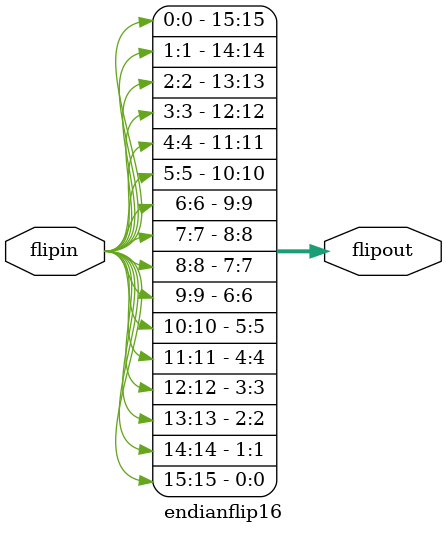
<source format=v>



// rigidly assume clock = 7.812mhz. (this makes our divide ratios work out nicely)
// for an 8mhz crystal, we are off by about 2%

`timescale 1ns/1ns

module rfid_reader_packet_rxtx (
                    // basic setup connections
                    reset, clk, tag_backscatter, reader_modulation,
                    // modulation settings
                    miller, trext, divide_ratio, tari_ns, trcal_ns,
                    // tag state settings
                    slot_q, q_adj, session, target, select,
                    // command to send, posedge send trigger
                    send_packet_type, start_tx, reader_done, rx_timeout, rx_packet_complete, reader_running,
                    // tx payload info
                    tx_handle,
                    // rx payload info
                    rx_handle
                    );

input  reset, clk, tag_backscatter;
output reader_modulation;

input [2:0] miller;
input trext;
input divide_ratio;
input [15:0] tari_ns;
input [15:0] trcal_ns;

input [2:0] q_adj;
input [3:0] slot_q;
input [1:0] session;
input [1:0] select;
input       target;

input [3:0] send_packet_type;
input start_tx;
output reader_done, rx_timeout, rx_packet_complete, reader_running;

input  [15:0] tx_handle;
output [15:0] rx_handle;

// Packets (valid tx_cmd values)
parameter QUERYREP   = 0;
parameter ACK        = 1;
parameter QUERY      = 2;
parameter QUERYADJ   = 3;
parameter SELECT     = 4;
parameter NACK       = 5;
parameter REQRN      = 6;
parameter READ       = 7;
parameter WRITE      = 8;
parameter KILL       = 9;
parameter LOCK       = 10;
parameter ACCESS     = 11;
parameter BLOCKWRITE = 12;
parameter BLOCKERASE = 13;

// divide time periods by 128 ns via shift right 7 to get clock cycles
parameter CLK_EXP = 7;

wire [15:0] delim_counts;
wire [15:0] pw_counts;
wire [15:0] tari_counts;
wire [15:0] rtcal_counts;
wire [15:0] trcal_counts;

assign delim_counts   = 16'd15000 >> CLK_EXP;
assign pw_counts      = 16'd1000  >> CLK_EXP;
assign tari_counts    = (tari_ns >> CLK_EXP)                   - pw_counts;
assign rtcal_counts   = (tari_ns >> (CLK_EXP-1)) + tari_counts - pw_counts;
assign trcal_counts   = (trcal_ns >> CLK_EXP)                  - pw_counts;

wire rx_done, tx_done, tx_reader_running, send_trcal;
reg  rx_reset, tx_go;
reg  reader_done;
wire tag_found, rx_timeout;

reg [6:0]   tx_packet_length;
reg [127:0] tx_packet_data;

wire [1023:0] rx_data;
wire [9:0]    rx_dataidx;

wire   rx_packet_complete;
assign rx_packet_complete = ((send_packet_type == QUERYREP && rx_dataidx >= 16 ) ||  // QueryRep
                             (send_packet_type == ACK      && rx_dataidx >= 112) ||  // Ack
                             (send_packet_type == QUERY    && rx_dataidx >= 16 ) ||  // Query
                             (send_packet_type == QUERYADJ && rx_dataidx >= 16 ) ||  // QueryAdj
                             (send_packet_type == SELECT   && rx_dataidx >= 0  ) ||  // Select
                             (send_packet_type == NACK     && rx_dataidx >= 0  ) ||  // Nack
                             (send_packet_type == REQRN    && rx_dataidx >= 32 ) ||  // ReqRN
                             (send_packet_type == READ     && rx_dataidx >= 49 ) ||  // Read
                             (send_packet_type == WRITE    && rx_dataidx >= 33 ));   // Write
                            
assign send_trcal = (send_packet_type == QUERY);

rfid_reader_tx U_TX (
                     // basic signals
                     reset, clk, reader_modulation,
                     // control signals
                     tx_done, tx_reader_running, tx_go, send_trcal,
                     // timing information
                     delim_counts, pw_counts, rtcal_counts, trcal_counts, tari_counts,
                     // payload information
                     tx_packet_length, tx_packet_data
                     );
                     
rfid_reader_rx U_RX (
                     // basic signals
                     rx_reset, clk, tag_backscatter,
                     // logistics
                     rx_done, rx_timeout,
                     // modulation infomation
                     miller, trext, divide_ratio,
                     // timing information
                     rtcal_counts, trcal_counts, tari_counts,
                     // received data
                     rx_data, rx_dataidx
                     );




// All the things we can receive from tags
// and their endian-correct outputs
reg  [15:0] handlein;
wire [15:0] rx_handle;

endianflip16 U_FLIP_HANDLE(handlein, rx_handle);

reg [5:0] reader_state;
parameter STATE_IDLE = 0;
parameter STATE_TX   = 1;
parameter STATE_RX   = 2;

reg [15:0] count;

assign reader_running = (reader_state != STATE_IDLE) && (!reader_done);

always @ (posedge clk or posedge reset) begin
  if (reset) begin
    reader_state     <= 0;
    rx_reset         <= 0;
    reader_done      <= 0;
    count            <= 0;
    
    handlein         <= 0;
  end else begin
    case(reader_state)
      STATE_IDLE: begin
        
        rx_reset <= 1;
        
        if(start_tx) begin
          reader_state <= STATE_TX;
          reader_done  <= 0;
        end

      end
      STATE_TX: begin
        
        rx_reset <= 1;
        
        if(tx_done) begin
          tx_go <= 0;
          reader_state <= STATE_RX;
        end else if(!tx_reader_running) begin
          tx_go <= 1;
        end else begin
        end
        
      end
      STATE_RX: begin
        
        rx_reset <= 0;
        
        if (rx_packet_complete) begin // packet complete
          if (send_packet_type == REQRN) begin
            handlein <= rx_data[15:0];
          end
    
          if (send_packet_type == QUERY || send_packet_type == QUERYREP || send_packet_type == QUERYADJ) begin
            handlein <= rx_data[15:0];
          end
        end
        
        if (rx_timeout) begin
          reader_done  <= 1;
        end
        
        if (start_tx) begin
          reader_state <= STATE_IDLE; // reset
          
          $display(" ");
        end
        
        
        
      end
      default: begin
        reader_state <= 0;
      end
    endcase
  end
end


always @ (send_packet_type) begin

          // Construct packet:
          case(send_packet_type)
            QUERYREP: begin
              $display("Sending QueryRep...");
              tx_packet_length      <= 4;
              tx_packet_data[127:4] <= 0;
              tx_packet_data[3:2]   <= 2'b 00;
              tx_packet_data[1:0]   <= session;
            end
            ACK: begin
              $display("Sending Ack...");
              tx_packet_length       <= 18;
              tx_packet_data[127:18] <= 0;
              tx_packet_data[17:16]  <= 2'b01;
              tx_packet_data[15:0]   <= tx_handle;
            end
            QUERY: begin
              $display("Sending Query...");
              tx_packet_length       <= 22;
              tx_packet_data[127:22] <= 0;
              tx_packet_data[21:18]  <= 4'b 1000;
              tx_packet_data[17:5]   <= {divide_ratio,miller,trext,select,session,target,slot_q};
              tx_packet_data[4:0]    <= 5'd0; // todo: crc
            end
            QUERYADJ: begin
              $display("Sending Query Adj...");
              tx_packet_length      <= 9;
              tx_packet_data[127:9] <= 0;
              tx_packet_data[8:5]   <= 4'b 1001; // cmd
              tx_packet_data[4:3]   <= session;
              tx_packet_data[2:0]   <= q_adj;  // Q up/down
            end
            SELECT: begin
              $display("Sending Select...");
              tx_packet_length       <= 45;
              tx_packet_data[127:45] <= 0;
              tx_packet_data[44:41]  <= 4'b 1010;
              tx_packet_data[40:30]  <= 11'b 10101010111;  // TODO
              tx_packet_data[29:0]   <= 0;
            end
            NACK: begin
              $display("Sending Nack...");
              tx_packet_length <= 8;
              tx_packet_data[127:8] <= 0;
              tx_packet_data[7:0]   <= 8'b 11000000;
            end
            REQRN: begin
              $display("Sending Req_rn...");
              tx_packet_length  <= 40;
              tx_packet_data[127:40] <= 0;
              tx_packet_data[39:32] <= 8'b11000001;
              tx_packet_data[31:16] <= tx_handle;
              tx_packet_data[15:0]  <= 15'd0; // todo: crc
            end
            READ: begin
              $display("Sending Read...");
              tx_packet_length  <= 58;
              tx_packet_data[127:58] <= 0;
              tx_packet_data[57:50] <= 8'b 11000010;
              tx_packet_data[49:48] <= 2'b 11; // bank
              tx_packet_data[47:40] <= 8'd0;   // ebv ptr
              tx_packet_data[39:32] <= 8'd1;   // word count
              tx_packet_data[31:16] <= tx_handle;
              tx_packet_data[15:0]  <= 15'd0;  // todo: crc
            end
            WRITE: begin
              $display("Sending Write...");
              tx_packet_length <= 59;
              tx_packet_data[127:58] <= 0;
              tx_packet_data[58:51]  <= 8'b 11000011;
              tx_packet_data[50:40]  <= 11'b 10101010111;
              tx_packet_data[39:0]   <= 0;
            end
            KILL: begin
              $display("Sending Kill...");
              tx_packet_length <= 59;
              tx_packet_data[127:59] <= 0;
              tx_packet_data[58:51]  <= 8'b 11000100;
              tx_packet_data[50:40]  <= 11'b 10101010111;
              tx_packet_data[39:0]   <= 0;
            end
            LOCK: begin
              $display("Sending Lock...");
              tx_packet_length <= 60;
              tx_packet_data[127:60] <= 0;
              tx_packet_data[59:52]  <= 8'b 11000101;
              tx_packet_data[51:41]  <= 11'b 10101010111;
              tx_packet_data[40:0]   <= 0;
            end
            ACCESS: begin
              $display("Sending Access...");
              tx_packet_length <= 56;
              tx_packet_data[127:56] <= 0;
              tx_packet_data[55:48]  <= 8'b 11000110;
              tx_packet_data[47:37]  <= 11'b 10101010111;
              tx_packet_data[36:0]   <= 0;
            end
            BLOCKWRITE: begin
              $display("Sending Block Write...");
              tx_packet_length <= 59;
              tx_packet_data[127:59] <= 0;
              tx_packet_data[58:51]  <= 8'b 11000110;
              tx_packet_data[50:40]  <= 11'b 10101010111;
              tx_packet_data[39:0]   <= 0;
            end
            BLOCKERASE: begin
              $display("Sending Block Erase...");
              tx_packet_length <= 59;
              tx_packet_data[127:59] <= 0;
              tx_packet_data[58:51]  <= 8'b 11000100;
              tx_packet_data[50:40]  <= 11'b 10101010111;
              tx_packet_data[39:0]   <= 0;
            end
            default: begin
              tx_packet_length <= 0;
              tx_packet_data[127:0] <= 0;
            end
      
          endcase // case(mode)
end




endmodule

// The rx gets bits msb first
// but stores them reverse endian
// which minimizes the overhead in the rx
// module. Unfortunately, we have to flip
// the results afterwards.
module endianflip16(flipin, flipout);
  input  [15:0] flipin;
  output [15:0] flipout;
  assign flipout[15] = flipin[0];
  assign flipout[14] = flipin[1];
  assign flipout[13] = flipin[2];
  assign flipout[12] = flipin[3];
  assign flipout[11] = flipin[4];
  assign flipout[10] = flipin[5];
  assign flipout[9] = flipin[6];
  assign flipout[8] = flipin[7];
  assign flipout[7] = flipin[8];
  assign flipout[6] = flipin[9];
  assign flipout[5] = flipin[10];
  assign flipout[4] = flipin[11];
  assign flipout[3] = flipin[12];
  assign flipout[2] = flipin[13];
  assign flipout[1] = flipin[14];
  assign flipout[0] = flipin[15];
endmodule


</source>
